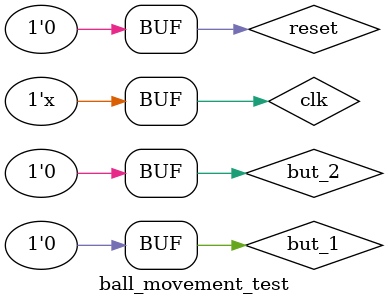
<source format=v>
`timescale 1ns / 1ps


module ball_movement_test(

    );
    
    reg clk;
    reg but_1;
    reg but_2;
    reg reset;
    wire [15:0] led;
    
    ball_movement dut(.clk(clk), .but_1(but_1), .but_2(but_2), .reset_clk(reset),  .led(led));
    
    always #50 clk = ~clk;
    
    initial begin
        clk = 0;
        reset = 1;
        
        #100 reset = 0;
        
        #100 but_1 = 1;
        #230 but_1 = 0;
         but_2 = 0;
         
         #2980 but_2 = 1;
         #3050 but_2 = 0;
        
    end
        
endmodule

</source>
